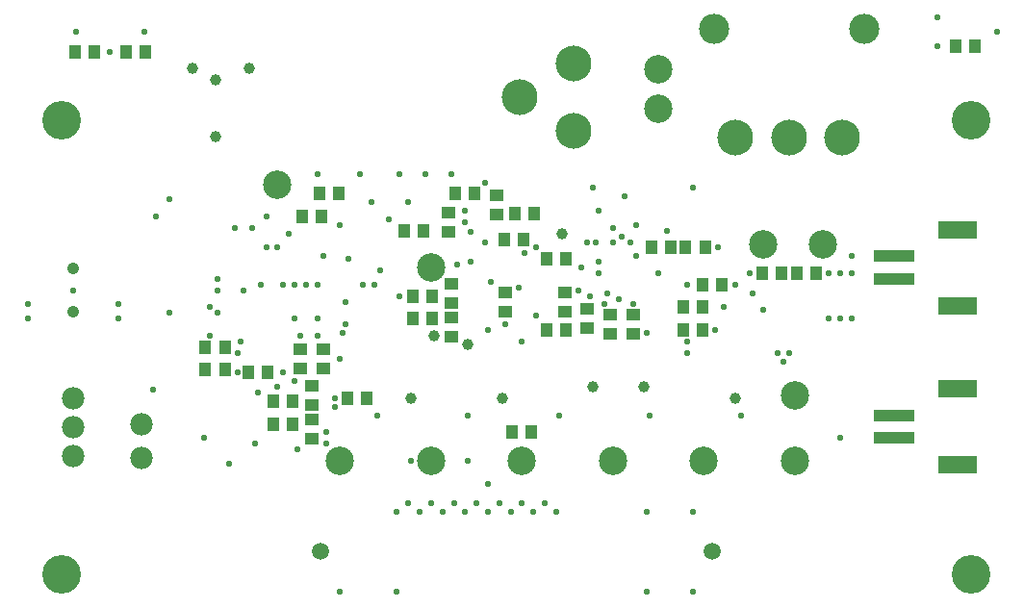
<source format=gbs>
G75*
G70*
%OFA0B0*%
%FSLAX24Y24*%
%IPPOS*%
%LPD*%
%AMOC8*
5,1,8,0,0,1.08239X$1,22.5*
%
%ADD10R,0.0434X0.0473*%
%ADD11C,0.0780*%
%ADD12R,0.0473X0.0434*%
%ADD13C,0.0985*%
%ADD14C,0.0591*%
%ADD15R,0.1379X0.0631*%
%ADD16R,0.1418X0.0434*%
%ADD17C,0.0410*%
%ADD18C,0.1339*%
%ADD19C,0.1240*%
%ADD20C,0.1045*%
%ADD21C,0.0212*%
%ADD22C,0.0394*%
%ADD23C,0.0220*%
D10*
X009472Y007346D03*
X010142Y007346D03*
X010142Y008134D03*
X009472Y008134D03*
X009256Y009118D03*
X008586Y009118D03*
X007779Y009216D03*
X007110Y009216D03*
X007110Y010004D03*
X007779Y010004D03*
X012031Y008232D03*
X012701Y008232D03*
X014295Y010988D03*
X014964Y010988D03*
X014964Y011775D03*
X014295Y011775D03*
X014000Y014039D03*
X014669Y014039D03*
X015771Y015319D03*
X016441Y015319D03*
X017838Y014630D03*
X018508Y014630D03*
X018114Y013744D03*
X017445Y013744D03*
X018921Y013055D03*
X019590Y013055D03*
X022563Y013449D03*
X023232Y013449D03*
X023744Y013449D03*
X024413Y013449D03*
X024334Y012169D03*
X025004Y012169D03*
X024315Y011382D03*
X023646Y011382D03*
X023646Y010594D03*
X024315Y010594D03*
X026401Y012563D03*
X027071Y012563D03*
X027583Y012563D03*
X028252Y012563D03*
X019590Y010594D03*
X018921Y010594D03*
X018409Y007051D03*
X017740Y007051D03*
X011126Y014531D03*
X010457Y014531D03*
X011047Y015319D03*
X011716Y015319D03*
X005023Y020240D03*
X004354Y020240D03*
X003252Y020240D03*
X002583Y020240D03*
X033094Y020437D03*
X033764Y020437D03*
D11*
X004886Y007318D03*
X004886Y006178D03*
X002523Y006232D03*
X002523Y007232D03*
X002523Y008232D03*
D12*
X010397Y009275D03*
X011185Y009275D03*
X011185Y009945D03*
X010397Y009945D03*
X010791Y008665D03*
X010791Y007996D03*
X010791Y007484D03*
X010791Y006815D03*
X015614Y010358D03*
X015614Y011027D03*
X015614Y011539D03*
X015614Y012209D03*
X017484Y011913D03*
X017484Y011244D03*
X019551Y011244D03*
X019551Y011913D03*
X020338Y011323D03*
X020338Y010653D03*
X021126Y010457D03*
X021126Y011126D03*
X021913Y011126D03*
X021913Y010457D03*
X017189Y014590D03*
X017189Y015260D03*
X015516Y014669D03*
X015516Y014000D03*
D13*
X014925Y012760D03*
X009610Y015614D03*
X022799Y018271D03*
X022799Y019641D03*
X026441Y013547D03*
X028508Y013547D03*
X027523Y008331D03*
X027523Y006067D03*
X024374Y006067D03*
X021224Y006067D03*
X018075Y006067D03*
X014925Y006067D03*
X011775Y006067D03*
D14*
X011106Y002917D03*
X024649Y002917D03*
D15*
X033153Y005929D03*
X033153Y008567D03*
X033153Y011441D03*
X033153Y014079D03*
D16*
X030968Y013153D03*
X030968Y012366D03*
X030968Y007642D03*
X030968Y006854D03*
D17*
X002523Y011222D03*
X002523Y012722D03*
D18*
X002130Y002130D03*
X002130Y017878D03*
X033626Y017878D03*
X033626Y002130D03*
D19*
X029177Y017275D03*
X027327Y017275D03*
X025476Y017275D03*
X019846Y017484D03*
X017996Y018665D03*
X019846Y019846D03*
D20*
X024728Y021027D03*
X029925Y021027D03*
D21*
X023980Y015516D03*
X021618Y015220D03*
X020535Y015516D03*
X018173Y013252D03*
X016795Y013646D03*
X016106Y014728D03*
X016795Y015712D03*
X014728Y016008D03*
X013842Y016008D03*
X009216Y014531D03*
X008134Y014138D03*
X009216Y013449D03*
X007248Y010397D03*
X009610Y008626D03*
X011579Y008232D03*
X013055Y007642D03*
X016205Y007642D03*
X019354Y007642D03*
X022504Y007642D03*
X025653Y007642D03*
X023783Y010201D03*
X024768Y010594D03*
X025063Y011382D03*
X026047Y011874D03*
X029098Y010988D03*
X029492Y013153D03*
X022405Y010496D03*
X020732Y012563D03*
X020142Y012760D03*
X020732Y012957D03*
X018567Y011086D03*
X013842Y011775D03*
X007937Y005968D03*
X013744Y004295D03*
X014925Y004590D03*
X016894Y004295D03*
X019256Y004295D03*
X022405Y004295D03*
X023980Y004295D03*
X023980Y001539D03*
X022405Y001539D03*
X013744Y001539D03*
X011775Y001539D03*
X004098Y010988D03*
X004098Y011480D03*
X003803Y020240D03*
D22*
X006657Y019649D03*
X007445Y019256D03*
X008626Y019649D03*
X007445Y017287D03*
X015023Y010397D03*
X016205Y010102D03*
X017386Y008232D03*
X014236Y008232D03*
X020535Y008626D03*
X022307Y008626D03*
X025457Y008232D03*
X019453Y013941D03*
D23*
X020338Y013646D03*
X020634Y013646D03*
X021224Y013646D03*
X021520Y013842D03*
X021815Y013646D03*
X022012Y013153D03*
X022799Y012563D03*
X023783Y012169D03*
X025457Y012169D03*
X025945Y012563D03*
X024866Y013449D03*
X023094Y014039D03*
X022012Y014236D03*
X021224Y014138D03*
X020732Y014728D03*
X018567Y013449D03*
X016992Y012268D03*
X016303Y012957D03*
X015811Y012858D03*
X016303Y014000D03*
X016106Y014334D03*
X014138Y015023D03*
X013449Y014433D03*
X012858Y015023D03*
X011775Y014236D03*
X012071Y013055D03*
X011185Y013153D03*
X010988Y012169D03*
X010594Y012169D03*
X010201Y012169D03*
X009807Y012169D03*
X009020Y012169D03*
X008429Y011972D03*
X007543Y011972D03*
X007543Y012366D03*
X007248Y011382D03*
X007543Y011185D03*
X008331Y010201D03*
X008232Y009807D03*
X008232Y009118D03*
X008921Y008429D03*
X009807Y009118D03*
X010201Y008823D03*
X011579Y007937D03*
X011283Y007051D03*
X011283Y006657D03*
X010299Y006460D03*
X008823Y006657D03*
X007051Y006854D03*
X005279Y008527D03*
X005870Y011185D03*
X002523Y011972D03*
X000949Y011480D03*
X000949Y010988D03*
X005378Y014531D03*
X005870Y015122D03*
X008724Y014138D03*
X009610Y013449D03*
X010004Y013941D03*
X010988Y016008D03*
X012464Y016008D03*
X015614Y016008D03*
X013153Y012661D03*
X012957Y012169D03*
X012563Y012169D03*
X011972Y011579D03*
X011972Y010791D03*
X011874Y010496D03*
X010988Y010397D03*
X010397Y010397D03*
X010201Y010988D03*
X010988Y010988D03*
X011775Y009610D03*
X014236Y006067D03*
X014138Y004590D03*
X014531Y004295D03*
X015319Y004295D03*
X015712Y004590D03*
X016106Y004295D03*
X016500Y004590D03*
X017287Y004590D03*
X017681Y004295D03*
X018075Y004590D03*
X018468Y004295D03*
X018862Y004590D03*
X016894Y005279D03*
X016205Y006067D03*
X018075Y010201D03*
X017484Y010791D03*
X016894Y010594D03*
X017976Y012071D03*
X020043Y011972D03*
X020437Y011775D03*
X020929Y011480D03*
X021027Y011874D03*
X021421Y011677D03*
X021913Y011480D03*
X023783Y009807D03*
X026441Y011283D03*
X026933Y009807D03*
X027130Y009512D03*
X027327Y009807D03*
X028705Y010988D03*
X029492Y010988D03*
X029492Y012563D03*
X029098Y012563D03*
X028705Y012563D03*
X029098Y006854D03*
X032445Y020437D03*
X032445Y021421D03*
X034512Y020929D03*
X004984Y020929D03*
X002622Y020929D03*
M02*

</source>
